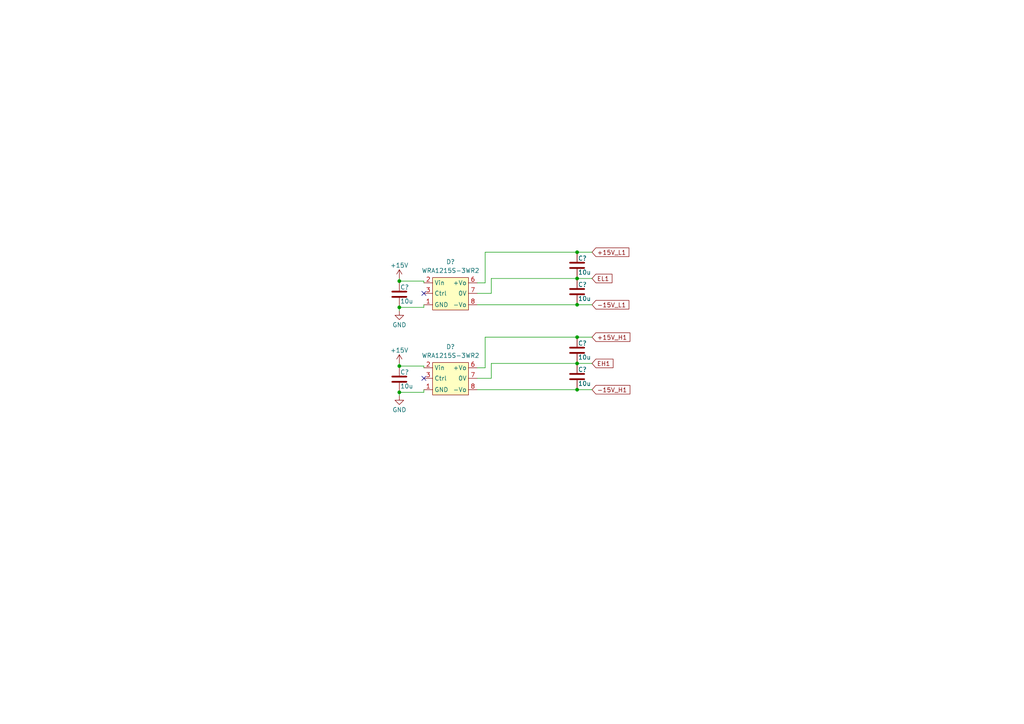
<source format=kicad_sch>
(kicad_sch (version 20211123) (generator eeschema)
  (paper "A4")
  (lib_symbols
    (symbol "Device:C" (pin_numbers hide) (pin_names (offset 0.254))
      (property "Reference" "C" (at 0.635 2.54 0))
      (property "Value" "C" (at 0.635 -2.54 0))
      (symbol "C_0_1"
        (polyline (pts (xy -2.032 -0.762) (xy 2.032 -0.762)) (stroke (width 0.508)))
        (polyline (pts (xy -2.032 0.762) (xy 2.032 0.762)) (stroke (width 0.508)))
      )
      (symbol "C_1_1"
        (pin passive line (at 0 3.81 270) (length 2.794) (name "~") (number "1"))
        (pin passive line (at 0 -3.81 90) (length 2.794) (name "~") (number "2"))
      )
    )
    (symbol "Morsun:WRA1215S-3WR2"
      (property "Reference" "D" (at 0 0 0))
      (property "Value" "WRA1215S-3WR2" (at -0.254 1.778 0))
      (symbol "WRA1215S-3WR2_0_1"
        (rectangle (start -5.334 -1.27) (end 5.08 -10.668) (fill (type background)))
      )
      (symbol "WRA1215S-3WR2_1_1"
        (pin input line (at -7.874 -9.144 0) (length 2.54) (name "GND") (number "1"))
        (pin input line (at -7.874 -2.794 0) (length 2.54) (name "Vin") (number "2"))
        (pin input line (at -7.874 -5.842 0) (length 2.54) (name "Ctrl") (number "3"))
        (pin input line (at 7.62 -2.794 180) (length 2.54) (name "+Vo") (number "6"))
        (pin input line (at 7.62 -5.842 180) (length 2.54) (name "0V") (number "7"))
        (pin input line (at 7.62 -9.144 180) (length 2.54) (name "-Vo") (number "8"))
      )
    )
    (symbol "power:+15V" (power) (pin_names (offset 0))
      (property "Value" "+15V" (at 0 3.556 0))
      (symbol "+15V_0_1"
        (polyline (pts (xy -0.762 1.27) (xy 0 2.54)))
        (polyline (pts (xy 0 0) (xy 0 2.54)))
        (polyline (pts (xy 0 2.54) (xy 0.762 1.27)))
      )
      (symbol "+15V_1_1"
        (pin power_in line (at 0 0 90) (length 0) hide (name "+15V") (number "1"))
      )
    )
    (symbol "power:GND" (power) (pin_names (offset 0))
      (property "Value" "GND" (at 0 -3.81 0))
      (symbol "GND_0_1"
        (polyline (pts (xy 0 0) (xy 0 -1.27) (xy 1.27 -1.27) (xy 0 -2.54) (xy -1.27 -1.27) (xy 0 -1.27)))
      )
      (symbol "GND_1_1"
        (pin power_in line (at 0 0 270) (length 0) hide (name "GND") (number "1"))
      )
    )
  )
  (junction (at 115.824 89.154))
  (junction (at 167.386 88.392))
  (junction (at 167.386 105.41))
  (junction (at 167.386 80.772))
  (junction (at 167.386 97.79))
  (junction (at 115.824 113.792))
  (junction (at 167.386 113.03))
  (junction (at 115.824 81.534))
  (junction (at 167.386 73.152))
  (junction (at 115.824 106.172))
  (no_connect (at 122.936 85.09))
  (no_connect (at 122.936 109.728))
  (wire (pts (xy 115.824 113.792) (xy 122.936 113.792)))
  (wire (pts (xy 138.43 85.09) (xy 142.494 85.09)))
  (wire (pts (xy 140.716 73.152) (xy 140.716 82.042)))
  (wire (pts (xy 142.494 105.41) (xy 167.386 105.41)))
  (wire (pts (xy 138.43 109.728) (xy 142.494 109.728)))
  (wire (pts (xy 167.386 80.772) (xy 171.704 80.772)))
  (wire (pts (xy 142.494 80.772) (xy 167.386 80.772)))
  (wire (pts (xy 138.43 113.03) (xy 167.386 113.03)))
  (wire (pts (xy 115.824 89.154) (xy 122.936 89.154)))
  (wire (pts (xy 115.824 80.772) (xy 115.824 81.534)))
  (wire (pts (xy 122.936 81.534) (xy 122.936 82.042)))
  (wire (pts (xy 167.386 88.392) (xy 171.704 88.392)))
  (wire (pts (xy 142.494 85.09) (xy 142.494 80.772)))
  (wire (pts (xy 167.386 113.03) (xy 171.704 113.03)))
  (wire (pts (xy 167.386 105.41) (xy 171.704 105.41)))
  (wire (pts (xy 115.824 81.534) (xy 122.936 81.534)))
  (wire (pts (xy 167.386 73.152) (xy 171.704 73.152)))
  (wire (pts (xy 122.936 106.172) (xy 122.936 106.68)))
  (wire (pts (xy 140.716 82.042) (xy 138.43 82.042)))
  (wire (pts (xy 167.386 97.79) (xy 140.716 97.79)))
  (wire (pts (xy 167.386 73.152) (xy 140.716 73.152)))
  (wire (pts (xy 122.936 89.154) (xy 122.936 88.392)))
  (wire (pts (xy 115.824 113.792) (xy 115.824 114.808)))
  (wire (pts (xy 142.494 109.728) (xy 142.494 105.41)))
  (wire (pts (xy 115.824 89.154) (xy 115.824 90.17)))
  (wire (pts (xy 138.43 88.392) (xy 167.386 88.392)))
  (wire (pts (xy 115.824 106.172) (xy 122.936 106.172)))
  (wire (pts (xy 167.386 97.79) (xy 171.704 97.79)))
  (wire (pts (xy 115.824 105.41) (xy 115.824 106.172)))
  (wire (pts (xy 140.716 97.79) (xy 140.716 106.68)))
  (wire (pts (xy 140.716 106.68) (xy 138.43 106.68)))
  (wire (pts (xy 122.936 113.792) (xy 122.936 113.03)))
  (global_label "EL1" (shape input) (at 171.704 80.772 0) (property "Intersheet References" "${INTERSHEET_REFS}" (effects hide)))
  (global_label "+15V_H1" (shape input) (at 171.704 97.79 0) (property "Intersheet References" "${INTERSHEET_REFS}" (effects hide)))
  (global_label "EH1" (shape input) (at 171.704 105.41 0) (property "Intersheet References" "${INTERSHEET_REFS}" (effects hide)))
  (global_label "-15V_H1" (shape input) (at 171.704 113.03 0) (property "Intersheet References" "${INTERSHEET_REFS}" (effects hide)))
  (global_label "-15V_L1" (shape input) (at 171.704 88.392 0) (property "Intersheet References" "${INTERSHEET_REFS}" (effects hide)))
  (global_label "+15V_L1" (shape input) (at 171.704 73.152 0) (property "Intersheet References" "${INTERSHEET_REFS}" (effects hide)))
  (symbol (lib_id "Device:C") (at 167.386 101.6 0)
    (property "Reference" "C?" (at 167.64 99.568 0) (effects (justify left)))
    (property "Value" "10u" (at 167.64 103.632 0) (effects (justify left)))
    (property "Footprint" "Capacitor_SMD:C_1210_3225Metric_Pad1.33x2.70mm_HandSolder" (effects hide))
  )
  (symbol (lib_id "Device:C") (at 115.824 85.344 0)
    (property "Reference" "C?" (at 116.078 83.312 0) (effects (justify left)))
    (property "Value" "10u" (at 116.078 87.376 0) (effects (justify left)))
    (property "Footprint" "Capacitor_SMD:C_1210_3225Metric_Pad1.33x2.70mm_HandSolder" (effects hide))
  )
  (symbol (lib_id "Device:C") (at 167.386 84.582 0)
    (property "Reference" "C?" (at 167.64 82.55 0) (effects (justify left)))
    (property "Value" "10u" (at 167.64 86.614 0) (effects (justify left)))
    (property "Footprint" "Capacitor_SMD:C_1210_3225Metric_Pad1.33x2.70mm_HandSolder" (effects hide))
  )
  (symbol (lib_id "power:GND") (at 115.824 90.17 0)
    (property "Reference" "#PWR?" (effects hide))
    (property "Value" "GND" (at 113.792 94.234 0) (effects (justify left)))
  )
  (symbol (lib_id "Device:C") (at 167.386 109.22 0)
    (property "Reference" "C?" (at 167.64 107.188 0) (effects (justify left)))
    (property "Value" "10u" (at 167.64 111.252 0) (effects (justify left)))
    (property "Footprint" "Capacitor_SMD:C_1210_3225Metric_Pad1.33x2.70mm_HandSolder" (effects hide))
  )
  (symbol (lib_id "Morsun:WRA1215S-3WR2") (at 130.81 79.248 0)
    (property "Reference" "D?" (at 130.683 75.946 0))
    (property "Value" "WRA1215S-3WR2" (at 130.683 78.486 0))
    (property "Footprint" "Mornsun:WRA1215S-3WR2" (effects hide))
  )
  (symbol (lib_id "power:GND") (at 115.824 114.808 0)
    (property "Reference" "#PWR?" (effects hide))
    (property "Value" "GND" (at 113.792 118.872 0) (effects (justify left)))
  )
  (symbol (lib_id "Device:C") (at 115.824 109.982 0)
    (property "Reference" "C?" (at 116.078 107.95 0) (effects (justify left)))
    (property "Value" "10u" (at 116.078 112.014 0) (effects (justify left)))
    (property "Footprint" "Capacitor_SMD:C_1210_3225Metric_Pad1.33x2.70mm_HandSolder" (effects hide))
  )
  (symbol (lib_id "Device:C") (at 167.386 76.962 0)
    (property "Reference" "C?" (at 167.64 74.93 0) (effects (justify left)))
    (property "Value" "10u" (at 167.64 78.994 0) (effects (justify left)))
    (property "Footprint" "Capacitor_SMD:C_1210_3225Metric_Pad1.33x2.70mm_HandSolder" (effects hide))
  )
  (symbol (lib_id "power:+15V") (at 115.824 105.41 0)
    (property "Reference" "#PWR?" (effects hide))
    (property "Value" "+15V" (at 115.824 101.6 0))
  )
  (symbol (lib_id "power:+15V") (at 115.824 80.772 0)
    (property "Reference" "#PWR?" (effects hide))
    (property "Value" "+15V" (at 115.824 76.962 0))
  )
  (symbol (lib_id "Morsun:WRA1215S-3WR2") (at 130.81 103.886 0)
    (property "Reference" "D?" (at 130.683 100.584 0))
    (property "Value" "WRA1215S-3WR2" (at 130.683 103.124 0))
    (property "Footprint" "Mornsun:WRA1215S-3WR2" (effects hide))
  )
)
</source>
